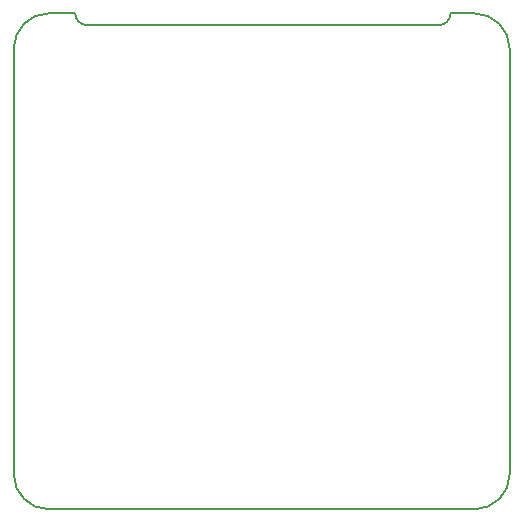
<source format=gbr>
%TF.GenerationSoftware,KiCad,Pcbnew,7.0.6*%
%TF.CreationDate,2023-09-15T14:04:58+02:00*%
%TF.ProjectId,V8,56382e6b-6963-4616-945f-706362585858,rev?*%
%TF.SameCoordinates,Original*%
%TF.FileFunction,Profile,NP*%
%FSLAX46Y46*%
G04 Gerber Fmt 4.6, Leading zero omitted, Abs format (unit mm)*
G04 Created by KiCad (PCBNEW 7.0.6) date 2023-09-15 14:04:58*
%MOMM*%
%LPD*%
G01*
G04 APERTURE LIST*
%TA.AperFunction,Profile*%
%ADD10C,0.200000*%
%TD*%
G04 APERTURE END LIST*
D10*
X135203553Y-80000000D02*
X164996446Y-80000000D01*
X129000000Y-82000000D02*
X129000000Y-118000000D01*
X168000000Y-121000000D02*
G75*
G03*
X171000000Y-118000000I0J3000000D01*
G01*
X131996446Y-79000000D02*
X134203553Y-79000000D01*
X166000000Y-79000000D02*
X168000000Y-79000000D01*
X171000000Y-118000000D02*
X171000000Y-82000000D01*
X129000000Y-118000000D02*
G75*
G03*
X132000000Y-121000000I3000000J0D01*
G01*
X171000000Y-82000000D02*
G75*
G03*
X168000000Y-79000000I-3000000J0D01*
G01*
X132000000Y-79000000D02*
G75*
G03*
X129000000Y-82000000I0J-3000000D01*
G01*
X165000000Y-80000000D02*
G75*
G03*
X166000000Y-79000000I0J1000000D01*
G01*
X132000000Y-121000000D02*
X168000000Y-121000000D01*
X134207100Y-79000000D02*
G75*
G03*
X135207107Y-80000000I1000000J0D01*
G01*
M02*

</source>
